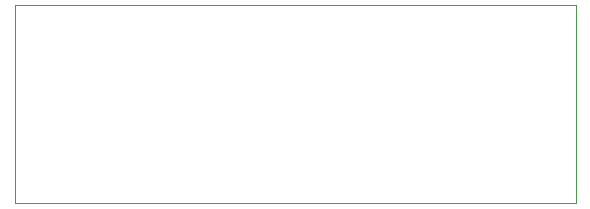
<source format=gbr>
G04 #@! TF.GenerationSoftware,KiCad,Pcbnew,6.0.4+dfsg-1*
G04 #@! TF.CreationDate,2022-03-26T10:07:46-04:00*
G04 #@! TF.ProjectId,PortaNet,506f7274-614e-4657-942e-6b696361645f,rev?*
G04 #@! TF.SameCoordinates,Original*
G04 #@! TF.FileFunction,Profile,NP*
%FSLAX46Y46*%
G04 Gerber Fmt 4.6, Leading zero omitted, Abs format (unit mm)*
G04 Created by KiCad (PCBNEW 6.0.4+dfsg-1) date 2022-03-26 10:07:46*
%MOMM*%
%LPD*%
G01*
G04 APERTURE LIST*
G04 #@! TA.AperFunction,Profile*
%ADD10C,0.100000*%
G04 #@! TD*
G04 APERTURE END LIST*
D10*
X121666000Y-62738000D02*
X121666000Y-79502000D01*
X169164000Y-62738000D02*
X169164000Y-79502000D01*
X121666000Y-62738000D02*
X169164000Y-62738000D01*
X121666000Y-79502000D02*
X169164000Y-79502000D01*
M02*

</source>
